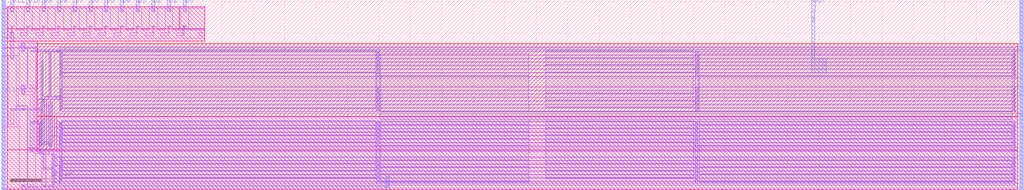
<source format=lef>
VERSION 5.7 ;
  NOWIREEXTENSIONATPIN ON ;
  DIVIDERCHAR "/" ;
  BUSBITCHARS "[]" ;
MACRO r2r_dac_buffered
  CLASS BLOCK ;
  FOREIGN r2r_dac_buffered ;
  ORIGIN 0.000 0.000 ;
  SIZE 324.855 BY 60.590 ;
  PIN OUT
    DIRECTION OUTPUT ;
    USE SIGNAL ;
    ANTENNADIFFAREA 2400.000000 ;
    PORT
      LAYER Metal2 ;
        RECT 257.680 56.845 258.665 60.590 ;
    END
  END OUT
  PIN D0
    DIRECTION INPUT ;
    USE SIGNAL ;
    PORT
      LAYER Metal2 ;
        RECT 57.680 56.845 58.670 60.585 ;
    END
  END D0
  PIN D1
    DIRECTION INPUT ;
    USE SIGNAL ;
    PORT
      LAYER Metal2 ;
        RECT 52.700 56.845 53.690 60.585 ;
    END
  END D1
  PIN D2
    DIRECTION INPUT ;
    USE SIGNAL ;
    PORT
      LAYER Metal2 ;
        RECT 47.720 56.845 48.710 60.585 ;
    END
  END D2
  PIN D3
    DIRECTION INPUT ;
    USE SIGNAL ;
    PORT
      LAYER Metal2 ;
        RECT 42.740 56.845 43.730 60.585 ;
    END
  END D3
  PIN D4
    DIRECTION INPUT ;
    USE SIGNAL ;
    PORT
      LAYER Metal2 ;
        RECT 37.760 56.845 38.750 60.585 ;
    END
  END D4
  PIN D5
    DIRECTION INPUT ;
    USE SIGNAL ;
    PORT
      LAYER Metal2 ;
        RECT 32.780 56.845 33.770 60.585 ;
    END
  END D5
  PIN D6
    DIRECTION INPUT ;
    USE SIGNAL ;
    PORT
      LAYER Metal2 ;
        RECT 27.800 56.845 28.790 60.585 ;
    END
  END D6
  PIN D7
    DIRECTION INPUT ;
    USE SIGNAL ;
    PORT
      LAYER Metal2 ;
        RECT 22.820 56.845 23.810 60.585 ;
    END
  END D7
  PIN D8
    DIRECTION INPUT ;
    USE SIGNAL ;
    PORT
      LAYER Metal2 ;
        RECT 17.840 56.845 18.830 60.585 ;
    END
  END D8
  PIN D9
    DIRECTION INPUT ;
    USE SIGNAL ;
    PORT
      LAYER Metal2 ;
        RECT 12.860 56.845 13.850 60.585 ;
    END
  END D9
  PIN D10
    DIRECTION INPUT ;
    USE SIGNAL ;
    PORT
      LAYER Metal2 ;
        RECT 7.880 56.845 8.870 60.585 ;
    END
  END D10
  PIN D11
    DIRECTION INPUT ;
    USE SIGNAL ;
    PORT
      LAYER Metal2 ;
        RECT 2.900 56.845 3.890 60.585 ;
    END
  END D11
  PIN VDD
    DIRECTION INOUT ;
    USE POWER ;
    PORT
      LAYER Metal4 ;
        RECT 323.795 0.005 324.855 60.590 ;
    END
  END VDD
  PIN VSS
    DIRECTION INOUT ;
    USE GROUND ;
    PORT
      LAYER Metal4 ;
        RECT 0.000 0.000 1.060 60.585 ;
    END
  END VSS
  OBS
      LAYER Pwell ;
        RECT 1.675 51.380 56.450 58.360 ;
        RECT 56.455 51.380 64.565 58.360 ;
        RECT 1.675 47.325 64.565 51.380 ;
        RECT 1.675 12.680 11.330 47.325 ;
      LAYER Nwell ;
        RECT 11.330 23.375 323.225 46.665 ;
        RECT 11.330 12.680 17.560 23.375 ;
      LAYER Pwell ;
        RECT 17.560 12.680 323.225 23.375 ;
        RECT 1.675 0.000 323.225 12.680 ;
      LAYER Metal1 ;
        RECT 0.000 58.360 1.060 60.585 ;
        RECT 0.000 57.905 64.545 58.360 ;
        RECT 0.000 48.395 2.130 57.905 ;
        RECT 2.900 56.845 3.890 57.125 ;
        RECT 2.905 51.985 3.885 52.215 ;
        RECT 2.960 50.155 3.405 51.985 ;
        RECT 4.660 51.155 7.110 57.905 ;
        RECT 7.880 56.845 8.870 57.125 ;
        RECT 7.885 51.985 8.865 52.215 ;
        RECT 4.565 50.925 7.110 51.155 ;
        RECT 2.960 49.170 3.855 50.155 ;
        RECT 7.940 50.150 8.340 51.985 ;
        RECT 9.640 51.155 12.090 57.905 ;
        RECT 12.860 56.845 13.850 57.125 ;
        RECT 12.865 51.985 13.845 52.215 ;
        RECT 9.545 50.925 12.090 51.155 ;
        RECT 12.875 50.150 13.190 51.985 ;
        RECT 14.620 51.155 17.070 57.905 ;
        RECT 17.840 56.845 18.830 57.125 ;
        RECT 17.845 51.985 18.825 52.215 ;
        RECT 14.525 50.925 17.070 51.155 ;
        RECT 17.855 50.150 18.170 51.985 ;
        RECT 19.600 51.155 22.050 57.905 ;
        RECT 22.820 56.845 23.810 57.125 ;
        RECT 22.825 51.985 23.805 52.215 ;
        RECT 19.505 50.925 22.050 51.155 ;
        RECT 22.830 50.150 23.145 51.985 ;
        RECT 24.580 51.155 27.030 57.905 ;
        RECT 27.800 56.845 28.790 57.125 ;
        RECT 27.805 51.985 28.785 52.215 ;
        RECT 24.485 50.925 27.030 51.155 ;
        RECT 27.810 50.150 28.125 51.985 ;
        RECT 29.560 51.155 32.010 57.905 ;
        RECT 32.780 56.845 33.770 57.125 ;
        RECT 32.785 51.985 33.765 52.215 ;
        RECT 29.465 50.925 32.010 51.155 ;
        RECT 32.790 50.150 33.105 51.985 ;
        RECT 34.540 51.155 36.990 57.905 ;
        RECT 37.760 56.845 38.750 57.125 ;
        RECT 34.445 50.925 36.990 51.155 ;
        RECT 37.765 51.985 38.745 52.215 ;
        RECT 37.765 50.150 38.080 51.985 ;
        RECT 39.520 51.155 41.970 57.905 ;
        RECT 42.740 56.845 43.730 57.125 ;
        RECT 39.425 50.925 41.970 51.155 ;
        RECT 42.745 51.985 43.725 52.215 ;
        RECT 42.745 50.150 43.060 51.985 ;
        RECT 44.500 51.155 46.950 57.905 ;
        RECT 47.720 56.845 48.710 57.125 ;
        RECT 47.725 51.985 48.705 52.215 ;
        RECT 44.405 50.925 46.950 51.155 ;
        RECT 48.010 50.150 48.325 51.985 ;
        RECT 49.480 51.155 51.930 57.905 ;
        RECT 52.700 56.845 53.690 57.125 ;
        RECT 52.705 51.985 53.685 52.215 ;
        RECT 49.385 50.925 51.930 51.155 ;
        RECT 52.990 50.150 53.305 51.985 ;
        RECT 54.460 51.155 56.910 57.905 ;
        RECT 57.680 56.845 58.670 57.125 ;
        RECT 57.680 52.215 58.365 52.245 ;
        RECT 57.680 51.985 58.665 52.215 ;
        RECT 59.440 51.155 64.545 57.905 ;
        RECT 54.365 50.925 64.545 51.155 ;
        RECT 57.740 50.150 58.000 50.160 ;
        RECT 63.660 50.150 64.545 50.925 ;
        RECT 5.820 49.170 8.340 50.150 ;
        RECT 10.800 49.170 13.190 50.150 ;
        RECT 15.780 49.170 18.170 50.150 ;
        RECT 20.760 49.170 23.145 50.150 ;
        RECT 25.740 49.170 28.125 50.150 ;
        RECT 30.720 49.170 33.105 50.150 ;
        RECT 35.700 49.170 38.080 50.150 ;
        RECT 40.680 49.170 43.060 50.150 ;
        RECT 45.660 49.170 48.325 50.150 ;
        RECT 50.640 49.170 53.305 50.150 ;
        RECT 55.620 49.170 58.000 50.150 ;
        RECT 62.600 49.170 64.545 50.150 ;
        RECT 57.740 49.165 58.000 49.170 ;
        RECT 63.660 48.395 64.545 49.170 ;
        RECT 0.000 47.355 64.545 48.395 ;
        RECT 0.000 45.365 5.400 47.355 ;
        RECT 6.060 46.665 11.400 46.670 ;
        RECT 323.795 46.665 324.855 60.590 ;
        RECT 6.060 45.670 324.855 46.665 ;
        RECT 0.000 45.135 11.090 45.365 ;
        RECT 0.000 42.765 5.570 45.135 ;
        RECT 6.340 44.075 7.330 44.335 ;
        RECT 0.000 20.015 2.130 42.765 ;
        RECT 2.900 41.705 3.890 41.965 ;
        RECT 4.660 32.385 5.570 42.765 ;
        RECT 6.340 33.150 7.330 33.445 ;
        RECT 8.100 32.385 8.330 45.135 ;
        RECT 9.055 44.015 10.135 44.400 ;
        RECT 9.105 32.385 10.085 33.445 ;
        RECT 10.860 32.385 11.090 45.135 ;
        RECT 4.660 32.155 11.090 32.385 ;
        RECT 11.330 44.665 324.855 45.670 ;
        RECT 4.660 26.835 5.340 32.155 ;
        RECT 6.335 31.290 7.335 31.750 ;
        RECT 6.335 30.325 10.065 31.290 ;
        RECT 4.660 26.605 8.305 26.835 ;
        RECT 2.905 25.910 3.885 25.920 ;
        RECT 2.860 25.485 3.935 25.910 ;
        RECT 2.905 20.845 3.885 25.485 ;
        RECT 4.660 20.015 5.545 26.605 ;
        RECT 6.310 25.535 7.310 25.810 ;
        RECT 0.000 0.455 5.545 20.015 ;
        RECT 8.075 13.435 8.305 26.605 ;
        RECT 9.065 21.005 10.065 30.325 ;
        RECT 10.470 13.435 10.920 32.155 ;
        RECT 11.330 29.015 12.455 44.665 ;
        RECT 13.330 44.005 13.910 44.285 ;
        RECT 14.785 43.830 15.015 44.665 ;
        RECT 15.890 44.005 16.470 44.285 ;
        RECT 17.345 44.170 324.855 44.665 ;
        RECT 17.345 43.830 18.415 44.170 ;
        RECT 19.250 43.940 321.550 44.170 ;
        RECT 12.945 41.150 13.175 43.830 ;
        RECT 12.855 30.515 13.175 41.150 ;
        RECT 12.945 29.850 13.175 30.515 ;
        RECT 14.065 29.850 15.015 43.830 ;
        RECT 15.415 29.850 15.735 43.830 ;
        RECT 16.625 35.610 18.415 43.830 ;
        RECT 18.645 43.205 19.075 43.785 ;
        RECT 119.350 43.280 120.290 43.710 ;
        RECT 220.510 43.280 221.450 43.710 ;
        RECT 321.725 43.205 322.155 43.785 ;
        RECT 18.645 42.665 18.920 43.205 ;
        RECT 120.665 43.050 167.535 43.140 ;
        RECT 221.920 43.050 321.150 43.140 ;
        RECT 19.250 42.820 321.550 43.050 ;
        RECT 321.820 42.665 322.155 43.205 ;
        RECT 18.645 42.085 19.075 42.665 ;
        RECT 119.350 42.160 120.290 42.590 ;
        RECT 220.510 42.160 221.450 42.590 ;
        RECT 321.725 42.085 322.155 42.665 ;
        RECT 18.645 41.545 18.920 42.085 ;
        RECT 19.360 41.930 118.980 42.020 ;
        RECT 173.070 41.930 219.900 42.080 ;
        RECT 19.250 41.700 321.550 41.930 ;
        RECT 321.820 41.545 322.155 42.085 ;
        RECT 18.645 40.965 19.075 41.545 ;
        RECT 119.350 41.040 120.290 41.470 ;
        RECT 220.510 41.040 221.450 41.470 ;
        RECT 321.725 40.965 322.155 41.545 ;
        RECT 18.645 40.425 18.920 40.965 ;
        RECT 120.680 40.810 167.550 40.900 ;
        RECT 221.925 40.810 321.155 40.900 ;
        RECT 19.250 40.580 321.550 40.810 ;
        RECT 321.820 40.425 322.155 40.965 ;
        RECT 18.645 39.845 19.075 40.425 ;
        RECT 119.350 39.920 120.290 40.350 ;
        RECT 220.510 39.920 221.450 40.350 ;
        RECT 321.725 39.845 322.155 40.425 ;
        RECT 18.645 39.305 18.920 39.845 ;
        RECT 19.380 39.690 119.000 39.780 ;
        RECT 173.055 39.690 219.885 39.840 ;
        RECT 19.250 39.460 321.550 39.690 ;
        RECT 321.820 39.305 322.155 39.845 ;
        RECT 18.645 38.725 19.075 39.305 ;
        RECT 119.350 38.800 120.290 39.230 ;
        RECT 220.510 38.800 221.450 39.230 ;
        RECT 321.725 38.725 322.155 39.305 ;
        RECT 18.645 38.185 18.920 38.725 ;
        RECT 120.670 38.570 167.540 38.660 ;
        RECT 221.930 38.570 321.160 38.660 ;
        RECT 19.250 38.340 321.550 38.570 ;
        RECT 321.820 38.185 322.155 38.725 ;
        RECT 18.645 37.605 19.075 38.185 ;
        RECT 119.350 37.680 120.290 38.110 ;
        RECT 220.510 37.680 221.450 38.110 ;
        RECT 321.725 37.605 322.155 38.185 ;
        RECT 18.645 37.065 18.920 37.605 ;
        RECT 19.380 37.450 119.000 37.540 ;
        RECT 173.035 37.450 219.865 37.600 ;
        RECT 19.250 37.220 321.550 37.450 ;
        RECT 321.820 37.065 322.155 37.605 ;
        RECT 18.645 36.485 19.075 37.065 ;
        RECT 119.350 36.560 120.290 36.990 ;
        RECT 220.510 36.560 221.450 36.990 ;
        RECT 321.725 36.485 322.155 37.065 ;
        RECT 120.680 36.330 167.550 36.420 ;
        RECT 221.905 36.330 321.135 36.420 ;
        RECT 19.250 36.100 321.550 36.330 ;
        RECT 322.385 35.610 324.855 44.170 ;
        RECT 16.625 32.890 324.855 35.610 ;
        RECT 16.625 29.850 18.415 32.890 ;
        RECT 19.250 32.660 321.550 32.890 ;
        RECT 13.330 29.395 13.910 29.675 ;
        RECT 14.785 29.015 15.015 29.850 ;
        RECT 15.890 29.395 16.470 29.675 ;
        RECT 17.345 29.015 18.415 29.850 ;
        RECT 11.330 28.785 18.415 29.015 ;
        RECT 8.075 13.205 11.065 13.435 ;
        RECT 6.305 1.255 7.305 1.515 ;
        RECT 8.075 0.455 8.305 13.205 ;
        RECT 10.470 12.415 11.065 13.205 ;
        RECT 11.330 13.135 11.785 28.785 ;
        RECT 12.660 28.125 13.240 28.405 ;
        RECT 12.275 21.055 12.505 27.950 ;
        RECT 12.025 13.970 12.505 21.055 ;
        RECT 12.750 13.795 13.105 28.125 ;
        RECT 13.395 26.925 13.625 27.950 ;
        RECT 13.395 15.305 13.715 26.925 ;
        RECT 13.395 13.970 13.625 15.305 ;
        RECT 12.660 13.515 13.240 13.795 ;
        RECT 14.115 13.135 14.345 28.785 ;
        RECT 15.220 28.125 15.800 28.405 ;
        RECT 14.835 26.900 15.065 27.950 ;
        RECT 14.740 15.280 15.065 26.900 ;
        RECT 14.835 13.970 15.065 15.280 ;
        RECT 15.390 14.955 15.625 28.125 ;
        RECT 15.305 13.795 15.625 14.955 ;
        RECT 15.955 26.930 16.185 27.950 ;
        RECT 15.955 15.570 16.275 26.930 ;
        RECT 16.675 24.330 18.415 28.785 ;
        RECT 18.645 31.925 19.075 32.505 ;
        RECT 119.350 32.000 120.290 32.430 ;
        RECT 220.510 32.000 221.450 32.430 ;
        RECT 321.725 31.925 322.155 32.505 ;
        RECT 18.645 31.385 18.920 31.925 ;
        RECT 120.660 31.770 167.530 31.860 ;
        RECT 221.945 31.770 321.175 31.860 ;
        RECT 19.250 31.540 321.550 31.770 ;
        RECT 321.820 31.385 322.155 31.925 ;
        RECT 18.645 30.805 19.075 31.385 ;
        RECT 119.350 30.880 120.290 31.310 ;
        RECT 220.510 30.880 221.450 31.310 ;
        RECT 321.725 30.805 322.155 31.385 ;
        RECT 18.645 30.265 18.920 30.805 ;
        RECT 19.360 30.650 118.980 30.740 ;
        RECT 173.065 30.650 219.895 30.800 ;
        RECT 19.250 30.420 321.550 30.650 ;
        RECT 321.820 30.265 322.155 30.805 ;
        RECT 18.645 29.685 19.075 30.265 ;
        RECT 119.350 29.760 120.290 30.190 ;
        RECT 220.510 29.760 221.450 30.190 ;
        RECT 321.725 29.685 322.155 30.265 ;
        RECT 18.645 29.145 18.920 29.685 ;
        RECT 120.665 29.530 167.535 29.620 ;
        RECT 221.970 29.530 321.200 29.620 ;
        RECT 19.250 29.300 321.550 29.530 ;
        RECT 321.820 29.145 322.155 29.685 ;
        RECT 18.645 28.565 19.075 29.145 ;
        RECT 119.350 28.640 120.290 29.070 ;
        RECT 220.510 28.640 221.450 29.070 ;
        RECT 321.725 28.565 322.155 29.145 ;
        RECT 18.645 28.025 18.920 28.565 ;
        RECT 19.390 28.410 119.010 28.500 ;
        RECT 173.070 28.410 219.900 28.560 ;
        RECT 19.250 28.180 321.550 28.410 ;
        RECT 321.820 28.025 322.155 28.565 ;
        RECT 18.645 27.445 19.075 28.025 ;
        RECT 119.350 27.520 120.290 27.950 ;
        RECT 220.510 27.520 221.450 27.950 ;
        RECT 321.725 27.445 322.155 28.025 ;
        RECT 18.645 26.905 18.920 27.445 ;
        RECT 120.655 27.290 167.525 27.380 ;
        RECT 221.980 27.290 321.210 27.380 ;
        RECT 19.250 27.060 321.550 27.290 ;
        RECT 321.820 26.905 322.155 27.445 ;
        RECT 18.645 26.325 19.075 26.905 ;
        RECT 119.350 26.400 120.290 26.830 ;
        RECT 220.510 26.400 221.450 26.830 ;
        RECT 321.725 26.325 322.155 26.905 ;
        RECT 18.645 25.785 18.920 26.325 ;
        RECT 19.355 26.170 118.975 26.260 ;
        RECT 173.060 26.170 219.890 26.320 ;
        RECT 19.250 25.940 321.550 26.170 ;
        RECT 321.820 25.785 322.155 26.325 ;
        RECT 18.645 25.205 19.075 25.785 ;
        RECT 119.350 25.280 120.290 25.710 ;
        RECT 220.510 25.280 221.450 25.710 ;
        RECT 321.725 25.205 322.155 25.785 ;
        RECT 120.665 25.050 167.535 25.140 ;
        RECT 221.935 25.050 321.165 25.140 ;
        RECT 19.250 24.820 321.550 25.050 ;
        RECT 322.385 24.330 324.855 32.890 ;
        RECT 16.675 23.375 324.855 24.330 ;
        RECT 15.955 13.970 16.185 15.570 ;
        RECT 15.220 13.515 15.800 13.795 ;
        RECT 16.675 13.135 16.905 23.375 ;
        RECT 11.330 12.905 16.905 13.135 ;
        RECT 17.560 23.140 22.565 23.145 ;
        RECT 17.560 21.840 323.225 23.140 ;
        RECT 17.560 13.280 18.400 21.840 ;
        RECT 19.235 21.610 321.535 21.840 ;
        RECT 18.630 20.875 19.060 21.455 ;
        RECT 119.335 20.950 120.275 21.380 ;
        RECT 220.495 20.950 221.435 21.380 ;
        RECT 321.710 20.875 322.140 21.455 ;
        RECT 18.630 20.335 18.890 20.875 ;
        RECT 120.695 20.720 167.565 20.810 ;
        RECT 221.925 20.720 321.155 20.810 ;
        RECT 19.235 20.490 321.535 20.720 ;
        RECT 321.880 20.335 322.140 20.875 ;
        RECT 18.630 19.755 19.060 20.335 ;
        RECT 119.335 19.830 120.275 20.260 ;
        RECT 220.495 19.830 221.435 20.260 ;
        RECT 321.710 19.755 322.140 20.335 ;
        RECT 18.630 19.215 18.890 19.755 ;
        RECT 19.375 19.600 118.995 19.690 ;
        RECT 173.160 19.600 219.990 19.755 ;
        RECT 19.235 19.370 321.535 19.600 ;
        RECT 321.880 19.215 322.140 19.755 ;
        RECT 18.630 18.635 19.060 19.215 ;
        RECT 119.335 18.710 120.275 19.140 ;
        RECT 220.495 18.710 221.435 19.140 ;
        RECT 321.710 18.635 322.140 19.215 ;
        RECT 18.630 18.095 18.890 18.635 ;
        RECT 120.690 18.480 167.560 18.570 ;
        RECT 221.945 18.480 321.175 18.570 ;
        RECT 19.235 18.250 321.535 18.480 ;
        RECT 321.880 18.095 322.140 18.635 ;
        RECT 18.630 17.515 19.060 18.095 ;
        RECT 119.335 17.590 120.275 18.020 ;
        RECT 220.495 17.590 221.435 18.020 ;
        RECT 321.710 17.515 322.140 18.095 ;
        RECT 18.630 16.975 18.890 17.515 ;
        RECT 19.385 17.360 119.005 17.450 ;
        RECT 173.160 17.360 219.990 17.515 ;
        RECT 19.235 17.130 321.535 17.360 ;
        RECT 321.880 16.975 322.140 17.515 ;
        RECT 18.630 16.395 19.060 16.975 ;
        RECT 119.335 16.470 120.275 16.900 ;
        RECT 220.495 16.470 221.435 16.900 ;
        RECT 321.710 16.395 322.140 16.975 ;
        RECT 18.630 15.855 18.890 16.395 ;
        RECT 120.675 16.240 167.545 16.330 ;
        RECT 221.955 16.240 321.185 16.330 ;
        RECT 19.235 16.010 321.535 16.240 ;
        RECT 321.880 15.855 322.140 16.395 ;
        RECT 18.630 15.275 19.060 15.855 ;
        RECT 119.335 15.350 120.275 15.780 ;
        RECT 220.495 15.350 221.435 15.780 ;
        RECT 321.710 15.275 322.140 15.855 ;
        RECT 18.630 14.735 18.890 15.275 ;
        RECT 19.365 15.120 118.985 15.210 ;
        RECT 173.155 15.120 219.985 15.275 ;
        RECT 19.235 14.890 321.535 15.120 ;
        RECT 321.880 14.735 322.140 15.275 ;
        RECT 18.630 14.155 19.060 14.735 ;
        RECT 119.335 14.230 120.275 14.660 ;
        RECT 220.495 14.230 221.435 14.660 ;
        RECT 321.710 14.155 322.140 14.735 ;
        RECT 120.680 14.000 167.550 14.095 ;
        RECT 221.930 14.000 321.160 14.090 ;
        RECT 19.235 13.770 321.535 14.000 ;
        RECT 322.370 13.280 323.225 21.840 ;
        RECT 17.560 12.415 323.225 13.280 ;
        RECT 9.075 12.145 10.065 12.405 ;
        RECT 10.470 12.185 323.225 12.415 ;
        RECT 10.470 11.660 12.560 12.185 ;
        RECT 9.080 0.455 10.060 1.515 ;
        RECT 10.835 0.535 12.560 11.660 ;
        RECT 13.435 11.525 14.015 11.830 ;
        RECT 13.435 11.350 13.845 11.525 ;
        RECT 14.890 11.350 15.120 12.185 ;
        RECT 15.995 11.525 16.575 11.830 ;
        RECT 13.050 1.370 13.845 11.350 ;
        RECT 14.170 1.370 15.840 11.350 ;
        RECT 16.175 6.960 16.410 11.525 ;
        RECT 16.095 4.350 16.410 6.960 ;
        RECT 13.435 1.195 13.845 1.370 ;
        RECT 13.435 0.890 14.015 1.195 ;
        RECT 14.890 0.535 15.120 1.370 ;
        RECT 16.175 1.195 16.410 4.350 ;
        RECT 16.730 10.600 16.960 11.350 ;
        RECT 16.730 2.245 17.050 10.600 ;
        RECT 17.450 10.560 323.225 12.185 ;
        RECT 16.730 1.370 16.960 2.245 ;
        RECT 17.450 2.000 18.400 10.560 ;
        RECT 19.235 10.330 321.535 10.560 ;
        RECT 18.630 9.595 19.060 10.175 ;
        RECT 119.335 9.670 120.275 10.100 ;
        RECT 220.495 9.670 221.435 10.100 ;
        RECT 321.710 9.595 322.140 10.175 ;
        RECT 18.630 9.055 18.890 9.595 ;
        RECT 120.690 9.440 167.560 9.530 ;
        RECT 221.920 9.440 321.150 9.530 ;
        RECT 19.235 9.210 321.535 9.440 ;
        RECT 321.880 9.055 322.140 9.595 ;
        RECT 18.630 8.475 19.060 9.055 ;
        RECT 119.335 8.550 120.275 8.980 ;
        RECT 220.495 8.550 221.435 8.980 ;
        RECT 321.710 8.475 322.140 9.055 ;
        RECT 18.630 7.935 18.890 8.475 ;
        RECT 19.355 8.320 118.975 8.410 ;
        RECT 173.165 8.320 219.995 8.475 ;
        RECT 19.235 8.090 321.535 8.320 ;
        RECT 321.880 7.935 322.140 8.475 ;
        RECT 18.630 7.355 19.060 7.935 ;
        RECT 119.335 7.430 120.275 7.860 ;
        RECT 220.495 7.430 221.435 7.860 ;
        RECT 321.710 7.355 322.140 7.935 ;
        RECT 18.630 6.815 18.890 7.355 ;
        RECT 120.695 7.200 167.565 7.290 ;
        RECT 221.925 7.200 321.155 7.290 ;
        RECT 19.235 6.970 321.535 7.200 ;
        RECT 321.880 6.815 322.140 7.355 ;
        RECT 18.630 6.235 19.060 6.815 ;
        RECT 119.335 6.310 120.275 6.740 ;
        RECT 220.495 6.310 221.435 6.740 ;
        RECT 321.710 6.235 322.140 6.815 ;
        RECT 18.630 5.695 18.890 6.235 ;
        RECT 19.355 6.080 118.975 6.170 ;
        RECT 173.215 6.080 220.045 6.235 ;
        RECT 19.235 5.850 321.535 6.080 ;
        RECT 321.880 5.695 322.140 6.235 ;
        RECT 18.630 5.115 19.060 5.695 ;
        RECT 119.335 5.190 120.275 5.620 ;
        RECT 220.495 5.190 221.435 5.620 ;
        RECT 321.710 5.115 322.140 5.695 ;
        RECT 18.630 4.575 18.890 5.115 ;
        RECT 120.675 4.960 167.545 5.050 ;
        RECT 221.950 4.960 321.180 5.050 ;
        RECT 19.235 4.730 321.535 4.960 ;
        RECT 321.880 4.575 322.140 5.115 ;
        RECT 18.630 3.995 19.060 4.575 ;
        RECT 119.335 4.070 120.275 4.500 ;
        RECT 220.495 4.070 221.435 4.500 ;
        RECT 321.710 3.995 322.140 4.575 ;
        RECT 18.630 3.455 18.890 3.995 ;
        RECT 19.295 3.840 118.915 3.930 ;
        RECT 173.130 3.840 219.960 3.995 ;
        RECT 19.235 3.610 321.535 3.840 ;
        RECT 321.880 3.455 322.140 3.995 ;
        RECT 18.630 2.875 19.060 3.455 ;
        RECT 119.335 2.950 120.275 3.380 ;
        RECT 220.495 2.950 221.435 3.380 ;
        RECT 321.710 2.875 322.140 3.455 ;
        RECT 120.660 2.720 167.530 2.810 ;
        RECT 221.905 2.720 321.135 2.810 ;
        RECT 19.235 2.490 321.535 2.720 ;
        RECT 322.370 2.000 323.225 10.560 ;
        RECT 15.995 0.890 16.575 1.195 ;
        RECT 17.450 0.535 323.225 2.000 ;
        RECT 10.835 0.455 323.225 0.535 ;
        RECT 0.000 0.005 323.225 0.455 ;
        RECT 323.795 0.005 324.855 23.375 ;
        RECT 0.000 0.000 11.325 0.005 ;
        RECT 12.330 0.000 323.225 0.005 ;
      LAYER Metal2 ;
        RECT 0.000 0.000 1.060 60.585 ;
        RECT 257.675 56.845 257.680 57.550 ;
        RECT 257.675 53.805 258.660 56.845 ;
        RECT 57.620 51.920 58.365 52.265 ;
        RECT 2.890 41.685 3.895 50.255 ;
        RECT 57.620 49.105 58.050 51.920 ;
        RECT 6.320 44.050 7.340 46.690 ;
        RECT 18.525 44.735 322.225 45.350 ;
        RECT 18.525 44.420 18.930 44.735 ;
        RECT 9.040 43.995 18.930 44.420 ;
        RECT 13.325 43.990 18.930 43.995 ;
        RECT 6.335 30.760 7.335 33.475 ;
        RECT 12.750 30.470 13.215 41.200 ;
        RECT 12.750 28.995 13.100 30.470 ;
        RECT 13.380 29.695 13.925 29.735 ;
        RECT 15.330 29.695 15.745 43.990 ;
        RECT 18.525 29.695 18.930 43.990 ;
        RECT 13.380 29.370 18.930 29.695 ;
        RECT 13.380 29.355 13.925 29.370 ;
        RECT 12.750 28.635 13.725 28.995 ;
        RECT 12.650 25.910 13.080 28.060 ;
        RECT 2.860 25.485 13.080 25.910 ;
        RECT 12.650 25.150 13.080 25.485 ;
        RECT 13.360 26.985 13.725 28.635 ;
        RECT 9.070 21.335 13.075 21.760 ;
        RECT 9.070 12.135 10.065 21.335 ;
        RECT 11.955 11.960 12.370 21.055 ;
        RECT 12.650 17.100 13.075 21.335 ;
        RECT 12.650 14.965 13.080 17.100 ;
        RECT 13.360 15.245 15.120 26.985 ;
        RECT 15.915 19.975 16.290 26.970 ;
        RECT 18.525 25.080 18.930 29.370 ;
        RECT 19.290 25.820 119.030 44.325 ;
        RECT 119.350 25.225 120.290 44.735 ;
        RECT 120.590 24.950 167.590 43.395 ;
        RECT 172.975 25.880 219.980 44.370 ;
        RECT 220.510 25.230 221.450 44.735 ;
        RECT 221.800 24.950 321.335 43.395 ;
        RECT 321.820 25.040 322.225 44.735 ;
        RECT 120.590 22.410 321.335 24.950 ;
        RECT 18.295 19.975 18.910 21.525 ;
        RECT 15.915 17.185 18.910 19.975 ;
        RECT 15.915 15.530 16.290 17.185 ;
        RECT 12.650 14.495 15.685 14.965 ;
        RECT 15.215 13.820 15.685 14.495 ;
        RECT 15.170 13.480 15.840 13.820 ;
        RECT 11.955 11.545 13.385 11.960 ;
        RECT 12.970 6.940 13.385 11.545 ;
        RECT 16.685 10.390 17.060 10.640 ;
        RECT 18.295 10.390 18.910 17.185 ;
        RECT 16.685 7.600 18.910 10.390 ;
        RECT 12.970 6.465 16.405 6.940 ;
        RECT 16.010 4.370 16.405 6.465 ;
        RECT 16.685 2.205 17.060 7.600 ;
        RECT 18.295 2.115 18.910 7.600 ;
        RECT 19.255 3.535 118.965 22.040 ;
        RECT 119.335 2.115 120.275 21.555 ;
        RECT 120.590 2.415 167.590 22.410 ;
        RECT 173.095 3.500 220.100 21.980 ;
        RECT 220.495 2.115 221.435 21.550 ;
        RECT 221.800 2.415 321.335 22.410 ;
        RECT 321.845 2.115 322.250 21.525 ;
        RECT 6.305 1.155 7.310 1.545 ;
        RECT 18.295 1.500 322.250 2.115 ;
        RECT 122.250 1.155 123.200 1.190 ;
        RECT 6.305 0.540 123.200 1.155 ;
        RECT 122.250 0.515 123.200 0.540 ;
        RECT 323.795 0.005 324.855 60.590 ;
      LAYER Metal3 ;
        RECT 0.000 0.000 1.060 60.585 ;
        RECT 257.675 41.925 258.660 55.040 ;
        RECT 257.675 37.175 262.260 41.925 ;
        RECT 122.280 1.190 123.280 4.245 ;
        RECT 122.250 0.540 123.280 1.190 ;
        RECT 122.250 0.515 123.200 0.540 ;
        RECT 323.795 0.005 324.855 60.590 ;
  END
END r2r_dac_buffered
END LIBRARY


</source>
